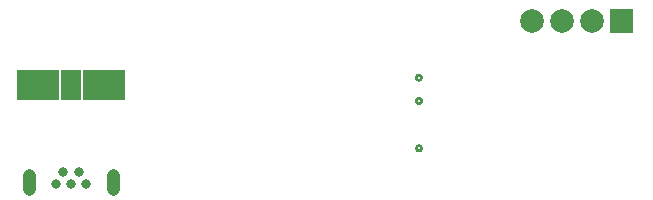
<source format=gbs>
G04 Layer: BottomSolderMaskLayer*
G04 EasyEDA v6.2.46, 2019-10-20T21:32:37+02:00*
G04 834a42cca3a14e42ac95e9e37959655c,75269f13ecf445cbab963e2f909655d1,10*
G04 Gerber Generator version 0.2*
G04 Scale: 100 percent, Rotated: No, Reflected: No *
G04 Dimensions in inches *
G04 leading zeros omitted , absolute positions ,2 integer and 4 decimal *
%FSLAX24Y24*%
%MOIN*%
G90*
G70D02*

%ADD10C,0.010000*%
%ADD28C,0.043433*%
%ADD31C,0.031622*%
%ADD37C,0.078866*%

%LPD*%
G54D28*
G01X1217Y4475D02*
G01X1217Y4003D01*
G01X4032Y4475D02*
G01X4032Y4003D01*
G54D31*
G01X2113Y4153D03*
G01X2369Y4546D03*
G01X2625Y4153D03*
G01X2881Y4546D03*
G01X3137Y4153D03*
G36*
G01X20581Y9194D02*
G01X20581Y9984D01*
G01X21371Y9984D01*
G01X21371Y9194D01*
G01X20581Y9194D01*
G37*
G54D37*
G01X19976Y9589D03*
G01X18976Y9589D03*
G01X17976Y9589D03*
G54D10*
G75*
G01X14315Y7700D02*
G03X14315Y7700I-90J0D01*
G01*
G75*
G01X14315Y6926D02*
G03X14315Y6926I-90J0D01*
G01*
G75*
G01X14315Y5350D02*
G03X14315Y5350I-90J0D01*
G01*
G36*
G01X3023Y7960D02*
G01X4413Y7960D01*
G01X4413Y6970D01*
G01X3023Y6970D01*
G01X3023Y7960D01*
G37*
G36*
G01X828Y7955D02*
G01X2218Y7955D01*
G01X2218Y6965D01*
G01X828Y6965D01*
G01X828Y7955D01*
G37*
G36*
G01X2303Y7955D02*
G01X2943Y7955D01*
G01X2943Y6965D01*
G01X2303Y6965D01*
G01X2303Y7955D01*
G37*
M00*
M02*

</source>
